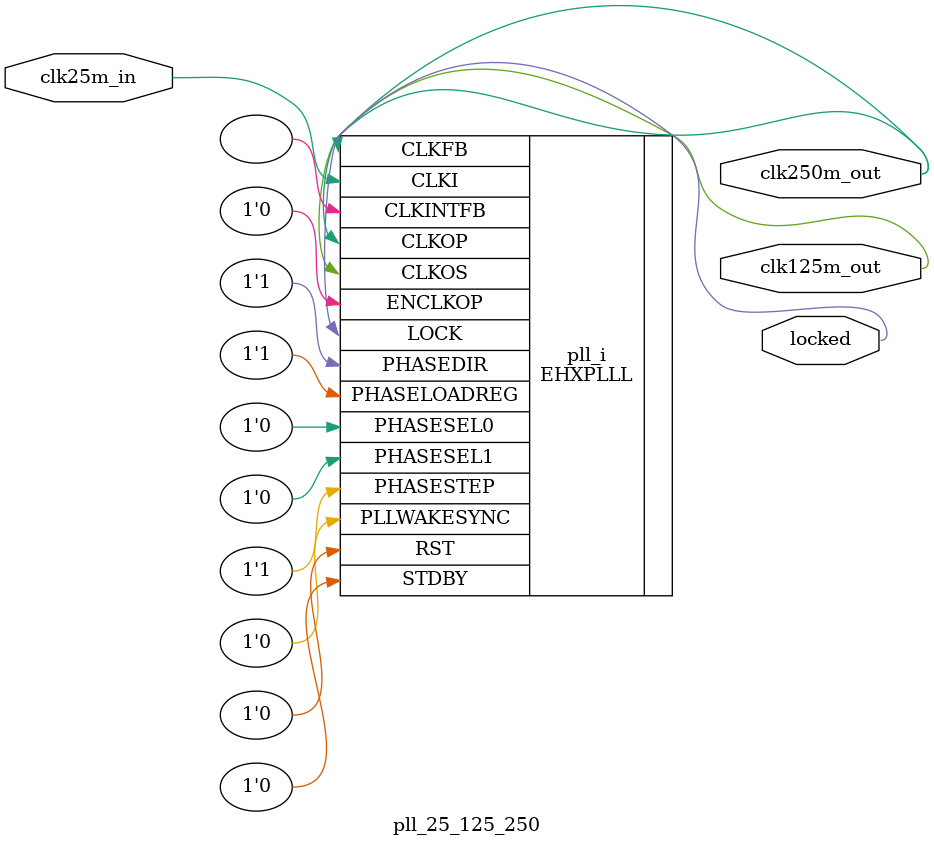
<source format=v>
module pll_25_125_250
(
    input clk25m_in, // 25 MHz, 0 deg
    output clk250m_out, // 250 MHz, 0 deg
    output clk125m_out, // 125 MHz, 0 deg
    output locked
);

`ifndef verilator
(* FREQUENCY_PIN_CLKI="25" *)
(* FREQUENCY_PIN_CLKOP="250" *)
(* FREQUENCY_PIN_CLKOS="125" *)
(* ICP_CURRENT="12" *) (* LPF_RESISTOR="8" *) (* MFG_ENABLE_FILTEROPAMP="1" *) (* MFG_GMCREF_SEL="2" *)
EHXPLLL #(
        .PLLRST_ENA("DISABLED"),
        .INTFB_WAKE("DISABLED"),
        .STDBY_ENABLE("DISABLED"),
        .DPHASE_SOURCE("DISABLED"),
        .OUTDIVIDER_MUXA("DIVA"),
        .OUTDIVIDER_MUXB("DIVB"),
        .OUTDIVIDER_MUXC("DIVC"),
        .OUTDIVIDER_MUXD("DIVD"),
        .CLKI_DIV(1),
        .CLKOP_ENABLE("ENABLED"),
        .CLKOP_DIV(2),
        .CLKOP_CPHASE(0),
        .CLKOP_FPHASE(0),
        .CLKOS_ENABLE("ENABLED"),
        .CLKOS_DIV(4),
        .CLKOS_CPHASE(0),
        .CLKOS_FPHASE(0),
        .FEEDBK_PATH("CLKOP"),
        .CLKFB_DIV(10)
    ) pll_i (
        .RST(1'b0),
        .STDBY(1'b0),
        .CLKI(clk25m_in),
        .CLKOP(clk250m_out),
        .CLKOS(clk125m_out),
        .CLKFB(clk250m_out),
        .CLKINTFB(),
        .PHASESEL0(1'b0),
        .PHASESEL1(1'b0),
        .PHASEDIR(1'b1),
        .PHASESTEP(1'b1),
        .PHASELOADREG(1'b1),
        .PLLWAKESYNC(1'b0),
        .ENCLKOP(1'b0),
        .LOCK(locked)
	);
`endif

endmodule

</source>
